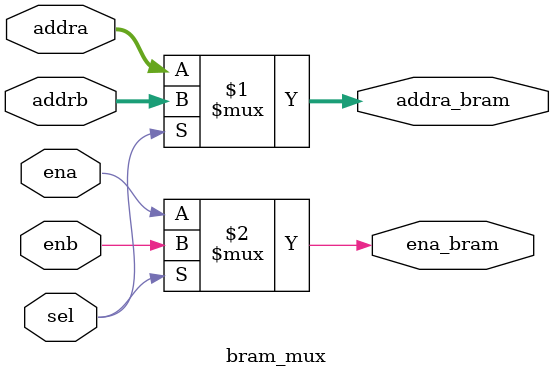
<source format=v>
`timescale 1ns / 1ps


module bram_mux(
    input [8:0] addra,
    input [8:0] addrb,
    output [8:0] addra_bram,
    input ena,
    input enb,
    output ena_bram,
    input sel
    );
    assign addra_bram = sel ? addrb : addra ;
    assign ena_bram = sel ? enb : ena;
endmodule

</source>
